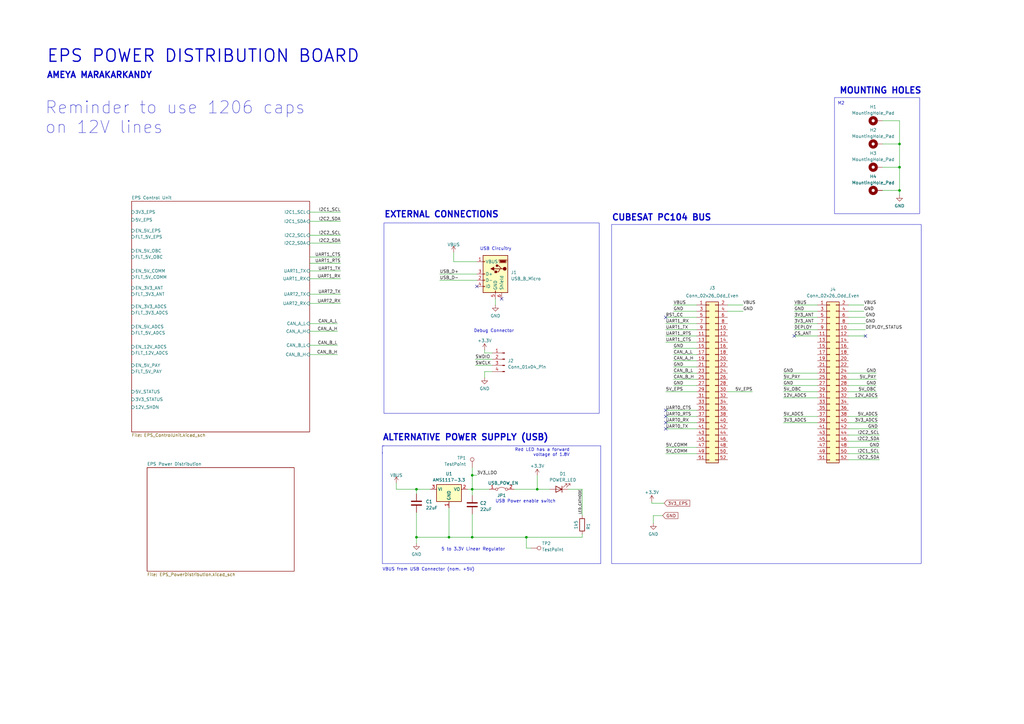
<source format=kicad_sch>
(kicad_sch (version 20231120) (generator "eeschema") (generator_version "8.0")
  (paper "A3")
  (title_block (title "EPS Power Distribution Board") (date "2024-09-03") (company "IIT Bombay Student Satellite Program") (comment 1 "Author: Ameya Marakarkandy"))
  (lib_symbols
    (symbol "Connector:Conn_01x04_Pin" (pin_names (offset 1.016) hide)
      (property "Reference" "J" (at 0 5.08 0))
      (property "Value" "Conn_01x04_Pin" (at 0 -7.62 0))
      (symbol "Conn_01x04_Pin_1_1"
        (polyline (pts (xy 1.27 -5.08) (xy 0.8636 -5.08)) (stroke (width 0.1524)))
        (polyline (pts (xy 1.27 -2.54) (xy 0.8636 -2.54)) (stroke (width 0.1524)))
        (polyline (pts (xy 1.27 0) (xy 0.8636 0)) (stroke (width 0.1524)))
        (polyline (pts (xy 1.27 2.54) (xy 0.8636 2.54)) (stroke (width 0.1524)))
        (rectangle (start 0.8636 -4.953) (end 0 -5.207) (stroke (width 0.1524)) (fill (type outline)))
        (rectangle (start 0.8636 -2.413) (end 0 -2.667) (stroke (width 0.1524)) (fill (type outline)))
        (rectangle (start 0.8636 0.127) (end 0 -0.127) (stroke (width 0.1524)) (fill (type outline)))
        (rectangle (start 0.8636 2.667) (end 0 2.413) (stroke (width 0.1524)) (fill (type outline)))
        (pin passive line (at 5.08 2.54 180) (length 3.81) (name "Pin_1") (number "1"))
        (pin passive line (at 5.08 0 180) (length 3.81) (name "Pin_2") (number "2"))
        (pin passive line (at 5.08 -2.54 180) (length 3.81) (name "Pin_3") (number "3"))
        (pin passive line (at 5.08 -5.08 180) (length 3.81) (name "Pin_4") (number "4"))
      )
    )
    (symbol "Connector:TestPoint" (pin_numbers hide) (pin_names (offset 0.762) hide)
      (property "Reference" "TP" (at 0 6.858 0))
      (property "Value" "TestPoint" (at 0 5.08 0))
      (symbol "TestPoint_0_1"
        (circle (center 0 3.302) (radius 0.762))
      )
      (symbol "TestPoint_1_1"
        (pin passive line (at 0 0 90) (length 2.54) (name "1") (number "1"))
      )
    )
    (symbol "Connector:USB_B_Micro" (pin_names (offset 1.016))
      (property "Reference" "J" (at -5.08 11.43 0))
      (property "Value" "USB_B_Micro" (at -5.08 8.89 0))
      (symbol "USB_B_Micro_0_1"
        (rectangle (start -5.08 -7.62) (end 5.08 7.62) (stroke (width 0.254)) (fill (type background)))
        (circle (center -3.81 2.159) (radius 0.635) (stroke (width 0.254)) (fill (type outline)))
        (circle (center -0.635 3.429) (radius 0.381) (stroke (width 0.254)) (fill (type outline)))
        (rectangle (start -0.127 -7.62) (end 0.127 -6.858))
        (polyline (pts (xy -1.905 2.159) (xy 0.635 2.159)) (stroke (width 0.254)))
        (polyline (pts (xy -3.175 2.159) (xy -2.54 2.159) (xy -1.27 3.429) (xy -0.635 3.429)) (stroke (width 0.254)))
        (polyline (pts (xy -2.54 2.159) (xy -1.905 2.159) (xy -1.27 0.889) (xy 0 0.889)) (stroke (width 0.254)))
        (polyline (pts (xy 0.635 2.794) (xy 0.635 1.524) (xy 1.905 2.159) (xy 0.635 2.794)) (stroke (width 0.254)) (fill (type outline)))
        (polyline (pts (xy -4.318 5.588) (xy -1.778 5.588) (xy -2.032 4.826) (xy -4.064 4.826) (xy -4.318 5.588)) (fill (type outline)))
        (polyline (pts (xy -4.699 5.842) (xy -4.699 5.588) (xy -4.445 4.826) (xy -4.445 4.572) (xy -1.651 4.572) (xy -1.651 4.826) (xy -1.397 5.588) (xy -1.397 5.842) (xy -4.699 5.842)))
        (rectangle (start 0.254 1.27) (end -0.508 0.508) (stroke (width 0.254)) (fill (type outline)))
        (rectangle (start 5.08 -5.207) (end 4.318 -4.953))
        (rectangle (start 5.08 -2.667) (end 4.318 -2.413))
        (rectangle (start 5.08 -0.127) (end 4.318 0.127))
        (rectangle (start 5.08 4.953) (end 4.318 5.207))
      )
      (symbol "USB_B_Micro_1_1"
        (pin power_out line (at 7.62 5.08 180) (length 2.54) (name "VBUS") (number "1"))
        (pin bidirectional line (at 7.62 -2.54 180) (length 2.54) (name "D-") (number "2"))
        (pin bidirectional line (at 7.62 0 180) (length 2.54) (name "D+") (number "3"))
        (pin passive line (at 7.62 -5.08 180) (length 2.54) (name "ID") (number "4"))
        (pin power_out line (at 0 -10.16 90) (length 2.54) (name "GND") (number "5"))
        (pin passive line (at -2.54 -10.16 90) (length 2.54) (name "Shield") (number "6"))
      )
    )
    (symbol "Connector_Generic:Conn_02x26_Odd_Even" (pin_names (offset 1.016) hide)
      (property "Reference" "J" (at 1.27 33.02 0))
      (property "Value" "Conn_02x26_Odd_Even" (at 1.27 -35.56 0))
      (symbol "Conn_02x26_Odd_Even_1_1"
        (rectangle (start -1.27 -32.893) (end 0 -33.147) (stroke (width 0.1524)))
        (rectangle (start -1.27 -30.353) (end 0 -30.607) (stroke (width 0.1524)))
        (rectangle (start -1.27 -27.813) (end 0 -28.067) (stroke (width 0.1524)))
        (rectangle (start -1.27 -25.273) (end 0 -25.527) (stroke (width 0.1524)))
        (rectangle (start -1.27 -22.733) (end 0 -22.987) (stroke (width 0.1524)))
        (rectangle (start -1.27 -20.193) (end 0 -20.447) (stroke (width 0.1524)))
        (rectangle (start -1.27 -17.653) (end 0 -17.907) (stroke (width 0.1524)))
        (rectangle (start -1.27 -15.113) (end 0 -15.367) (stroke (width 0.1524)))
        (rectangle (start -1.27 -12.573) (end 0 -12.827) (stroke (width 0.1524)))
        (rectangle (start -1.27 -10.033) (end 0 -10.287) (stroke (width 0.1524)))
        (rectangle (start -1.27 -7.493) (end 0 -7.747) (stroke (width 0.1524)))
        (rectangle (start -1.27 -4.953) (end 0 -5.207) (stroke (width 0.1524)))
        (rectangle (start -1.27 -2.413) (end 0 -2.667) (stroke (width 0.1524)))
        (rectangle (start -1.27 0.127) (end 0 -0.127) (stroke (width 0.1524)))
        (rectangle (start -1.27 2.667) (end 0 2.413) (stroke (width 0.1524)))
        (rectangle (start -1.27 5.207) (end 0 4.953) (stroke (width 0.1524)))
        (rectangle (start -1.27 7.747) (end 0 7.493) (stroke (width 0.1524)))
        (rectangle (start -1.27 10.287) (end 0 10.033) (stroke (width 0.1524)))
        (rectangle (start -1.27 12.827) (end 0 12.573) (stroke (width 0.1524)))
        (rectangle (start -1.27 15.367) (end 0 15.113) (stroke (width 0.1524)))
        (rectangle (start -1.27 17.907) (end 0 17.653) (stroke (width 0.1524)))
        (rectangle (start -1.27 20.447) (end 0 20.193) (stroke (width 0.1524)))
        (rectangle (start -1.27 22.987) (end 0 22.733) (stroke (width 0.1524)))
        (rectangle (start -1.27 25.527) (end 0 25.273) (stroke (width 0.1524)))
        (rectangle (start -1.27 28.067) (end 0 27.813) (stroke (width 0.1524)))
        (rectangle (start -1.27 30.607) (end 0 30.353) (stroke (width 0.1524)))
        (rectangle (start -1.27 31.75) (end 3.81 -34.29) (stroke (width 0.254)) (fill (type background)))
        (rectangle (start 3.81 -32.893) (end 2.54 -33.147) (stroke (width 0.1524)))
        (rectangle (start 3.81 -30.353) (end 2.54 -30.607) (stroke (width 0.1524)))
        (rectangle (start 3.81 -27.813) (end 2.54 -28.067) (stroke (width 0.1524)))
        (rectangle (start 3.81 -25.273) (end 2.54 -25.527) (stroke (width 0.1524)))
        (rectangle (start 3.81 -22.733) (end 2.54 -22.987) (stroke (width 0.1524)))
        (rectangle (start 3.81 -20.193) (end 2.54 -20.447) (stroke (width 0.1524)))
        (rectangle (start 3.81 -17.653) (end 2.54 -17.907) (stroke (width 0.1524)))
        (rectangle (start 3.81 -15.113) (end 2.54 -15.367) (stroke (width 0.1524)))
        (rectangle (start 3.81 -12.573) (end 2.54 -12.827) (stroke (width 0.1524)))
        (rectangle (start 3.81 -10.033) (end 2.54 -10.287) (stroke (width 0.1524)))
        (rectangle (start 3.81 -7.493) (end 2.54 -7.747) (stroke (width 0.1524)))
        (rectangle (start 3.81 -4.953) (end 2.54 -5.207) (stroke (width 0.1524)))
        (rectangle (start 3.81 -2.413) (end 2.54 -2.667) (stroke (width 0.1524)))
        (rectangle (start 3.81 0.127) (end 2.54 -0.127) (stroke (width 0.1524)))
        (rectangle (start 3.81 2.667) (end 2.54 2.413) (stroke (width 0.1524)))
        (rectangle (start 3.81 5.207) (end 2.54 4.953) (stroke (width 0.1524)))
        (rectangle (start 3.81 7.747) (end 2.54 7.493) (stroke (width 0.1524)))
        (rectangle (start 3.81 10.287) (end 2.54 10.033) (stroke (width 0.1524)))
        (rectangle (start 3.81 12.827) (end 2.54 12.573) (stroke (width 0.1524)))
        (rectangle (start 3.81 15.367) (end 2.54 15.113) (stroke (width 0.1524)))
        (rectangle (start 3.81 17.907) (end 2.54 17.653) (stroke (width 0.1524)))
        (rectangle (start 3.81 20.447) (end 2.54 20.193) (stroke (width 0.1524)))
        (rectangle (start 3.81 22.987) (end 2.54 22.733) (stroke (width 0.1524)))
        (rectangle (start 3.81 25.527) (end 2.54 25.273) (stroke (width 0.1524)))
        (rectangle (start 3.81 28.067) (end 2.54 27.813) (stroke (width 0.1524)))
        (rectangle (start 3.81 30.607) (end 2.54 30.353) (stroke (width 0.1524)))
        (pin passive line (at -5.08 30.48 0) (length 3.81) (name "Pin_1") (number "1"))
        (pin passive line (at 7.62 20.32 180) (length 3.81) (name "Pin_10") (number "10"))
        (pin passive line (at -5.08 17.78 0) (length 3.81) (name "Pin_11") (number "11"))
        (pin passive line (at 7.62 17.78 180) (length 3.81) (name "Pin_12") (number "12"))
        (pin passive line (at -5.08 15.24 0) (length 3.81) (name "Pin_13") (number "13"))
        (pin passive line (at 7.62 15.24 180) (length 3.81) (name "Pin_14") (number "14"))
        (pin passive line (at -5.08 12.7 0) (length 3.81) (name "Pin_15") (number "15"))
        (pin passive line (at 7.62 12.7 180) (length 3.81) (name "Pin_16") (number "16"))
        (pin passive line (at -5.08 10.16 0) (length 3.81) (name "Pin_17") (number "17"))
        (pin passive line (at 7.62 10.16 180) (length 3.81) (name "Pin_18") (number "18"))
        (pin passive line (at -5.08 7.62 0) (length 3.81) (name "Pin_19") (number "19"))
        (pin passive line (at 7.62 30.48 180) (length 3.81) (name "Pin_2") (number "2"))
        (pin passive line (at 7.62 7.62 180) (length 3.81) (name "Pin_20") (number "20"))
        (pin passive line (at -5.08 5.08 0) (length 3.81) (name "Pin_21") (number "21"))
        (pin passive line (at 7.62 5.08 180) (length 3.81) (name "Pin_22") (number "22"))
        (pin passive line (at -5.08 2.54 0) (length 3.81) (name "Pin_23") (number "23"))
        (pin passive line (at 7.62 2.54 180) (length 3.81) (name "Pin_24") (number "24"))
        (pin passive line (at -5.08 0 0) (length 3.81) (name "Pin_25") (number "25"))
        (pin passive line (at 7.62 0 180) (length 3.81) (name "Pin_26") (number "26"))
        (pin passive line (at -5.08 -2.54 0) (length 3.81) (name "Pin_27") (number "27"))
        (pin passive line (at 7.62 -2.54 180) (length 3.81) (name "Pin_28") (number "28"))
        (pin passive line (at -5.08 -5.08 0) (length 3.81) (name "Pin_29") (number "29"))
        (pin passive line (at -5.08 27.94 0) (length 3.81) (name "Pin_3") (number "3"))
        (pin passive line (at 7.62 -5.08 180) (length 3.81) (name "Pin_30") (number "30"))
        (pin passive line (at -5.08 -7.62 0) (length 3.81) (name "Pin_31") (number "31"))
        (pin passive line (at 7.62 -7.62 180) (length 3.81) (name "Pin_32") (number "32"))
        (pin passive line (at -5.08 -10.16 0) (length 3.81) (name "Pin_33") (number "33"))
        (pin passive line (at 7.62 -10.16 180) (length 3.81) (name "Pin_34") (number "34"))
        (pin passive line (at -5.08 -12.7 0) (length 3.81) (name "Pin_35") (number "35"))
        (pin passive line (at 7.62 -12.7 180) (length 3.81) (name "Pin_36") (number "36"))
        (pin passive line (at -5.08 -15.24 0) (length 3.81) (name "Pin_37") (number "37"))
        (pin passive line (at 7.62 -15.24 180) (length 3.81) (name "Pin_38") (number "38"))
        (pin passive line (at -5.08 -17.78 0) (length 3.81) (name "Pin_39") (number "39"))
        (pin passive line (at 7.62 27.94 180) (length 3.81) (name "Pin_4") (number "4"))
        (pin passive line (at 7.62 -17.78 180) (length 3.81) (name "Pin_40") (number "40"))
        (pin passive line (at -5.08 -20.32 0) (length 3.81) (name "Pin_41") (number "41"))
        (pin passive line (at 7.62 -20.32 180) (length 3.81) (name "Pin_42") (number "42"))
        (pin passive line (at -5.08 -22.86 0) (length 3.81) (name "Pin_43") (number "43"))
        (pin passive line (at 7.62 -22.86 180) (length 3.81) (name "Pin_44") (number "44"))
        (pin passive line (at -5.08 -25.4 0) (length 3.81) (name "Pin_45") (number "45"))
        (pin passive line (at 7.62 -25.4 180) (length 3.81) (name "Pin_46") (number "46"))
        (pin passive line (at -5.08 -27.94 0) (length 3.81) (name "Pin_47") (number "47"))
        (pin passive line (at 7.62 -27.94 180) (length 3.81) (name "Pin_48") (number "48"))
        (pin passive line (at -5.08 -30.48 0) (length 3.81) (name "Pin_49") (number "49"))
        (pin passive line (at -5.08 25.4 0) (length 3.81) (name "Pin_5") (number "5"))
        (pin passive line (at 7.62 -30.48 180) (length 3.81) (name "Pin_50") (number "50"))
        (pin passive line (at -5.08 -33.02 0) (length 3.81) (name "Pin_51") (number "51"))
        (pin passive line (at 7.62 -33.02 180) (length 3.81) (name "Pin_52") (number "52"))
        (pin passive line (at 7.62 25.4 180) (length 3.81) (name "Pin_6") (number "6"))
        (pin passive line (at -5.08 22.86 0) (length 3.81) (name "Pin_7") (number "7"))
        (pin passive line (at 7.62 22.86 180) (length 3.81) (name "Pin_8") (number "8"))
        (pin passive line (at -5.08 20.32 0) (length 3.81) (name "Pin_9") (number "9"))
      )
    )
    (symbol "Device:C" (pin_numbers hide) (pin_names (offset 0.254))
      (property "Reference" "C" (at 0.635 2.54 0))
      (property "Value" "C" (at 0.635 -2.54 0))
      (symbol "C_0_1"
        (polyline (pts (xy -2.032 -0.762) (xy 2.032 -0.762)) (stroke (width 0.508)))
        (polyline (pts (xy -2.032 0.762) (xy 2.032 0.762)) (stroke (width 0.508)))
      )
      (symbol "C_1_1"
        (pin passive line (at 0 3.81 270) (length 2.794) (name "~") (number "1"))
        (pin passive line (at 0 -3.81 90) (length 2.794) (name "~") (number "2"))
      )
    )
    (symbol "Device:LED" (pin_numbers hide) (pin_names (offset 1.016) hide)
      (property "Reference" "D" (at 0 2.54 0))
      (property "Value" "LED" (at 0 -2.54 0))
      (symbol "LED_0_1"
        (polyline (pts (xy -1.27 -1.27) (xy -1.27 1.27)) (stroke (width 0.254)))
        (polyline (pts (xy -1.27 0) (xy 1.27 0)))
        (polyline (pts (xy 1.27 -1.27) (xy 1.27 1.27) (xy -1.27 0) (xy 1.27 -1.27)) (stroke (width 0.254)))
        (polyline (pts (xy -3.048 -0.762) (xy -4.572 -2.286) (xy -3.81 -2.286) (xy -4.572 -2.286) (xy -4.572 -1.524)))
        (polyline (pts (xy -1.778 -0.762) (xy -3.302 -2.286) (xy -2.54 -2.286) (xy -3.302 -2.286) (xy -3.302 -1.524)))
      )
      (symbol "LED_1_1"
        (pin passive line (at -3.81 0 0) (length 2.54) (name "K") (number "1"))
        (pin passive line (at 3.81 0 180) (length 2.54) (name "A") (number "2"))
      )
    )
    (symbol "Device:R" (pin_numbers hide) (pin_names (offset 0))
      (property "Reference" "R" (at 2.032 0 90))
      (property "Value" "R" (at 0 0 90))
      (symbol "R_0_1"
        (rectangle (start -1.016 -2.54) (end 1.016 2.54) (stroke (width 0.254)))
      )
      (symbol "R_1_1"
        (pin passive line (at 0 3.81 270) (length 1.27) (name "~") (number "1"))
        (pin passive line (at 0 -3.81 90) (length 1.27) (name "~") (number "2"))
      )
    )
    (symbol "Jumper:Jumper_2_Bridged" (pin_names (offset 0) hide)
      (property "Reference" "JP" (at 0 1.905 0))
      (property "Value" "Jumper_2_Bridged" (at 0 -2.54 0))
      (symbol "Jumper_2_Bridged_0_0"
        (circle (center -2.032 0) (radius 0.508))
        (circle (center 2.032 0) (radius 0.508))
      )
      (symbol "Jumper_2_Bridged_0_1"
        (arc (start 1.524 0.254) (mid 0 0.762) (end -1.524 0.254))
      )
      (symbol "Jumper_2_Bridged_1_1"
        (pin passive line (at -5.08 0 0) (length 2.54) (name "A") (number "1"))
        (pin passive line (at 5.08 0 180) (length 2.54) (name "B") (number "2"))
      )
    )
    (symbol "Mechanical:MountingHole_Pad" (pin_numbers hide) (pin_names (offset 1.016) hide)
      (property "Reference" "H" (at 0 6.35 0))
      (property "Value" "MountingHole_Pad" (at 0 4.445 0))
      (symbol "MountingHole_Pad_0_1"
        (circle (center 0 1.27) (radius 1.27) (stroke (width 1.27)))
      )
      (symbol "MountingHole_Pad_1_1"
        (pin input line (at 0 -2.54 90) (length 2.54) (name "1") (number "1"))
      )
    )
    (symbol "Regulator_Linear:AMS1117-3.3"
      (property "Reference" "U" (at -3.81 3.175 0))
      (property "Value" "AMS1117-3.3" (at 0 3.175 0))
      (symbol "AMS1117-3.3_0_1"
        (rectangle (start -5.08 -5.08) (end 5.08 1.905) (stroke (width 0.254)) (fill (type background)))
      )
      (symbol "AMS1117-3.3_1_1"
        (pin power_in line (at 0 -7.62 90) (length 2.54) (name "GND") (number "1"))
        (pin power_out line (at 7.62 0 180) (length 2.54) (name "VO") (number "2"))
        (pin power_in line (at -7.62 0 0) (length 2.54) (name "VI") (number "3"))
      )
    )
    (symbol "power:+3.3V" (power) (pin_names (offset 0))
      (property "Value" "+3.3V" (at 0 3.556 0))
      (symbol "+3.3V_0_1"
        (polyline (pts (xy -0.762 1.27) (xy 0 2.54)))
        (polyline (pts (xy 0 0) (xy 0 2.54)))
        (polyline (pts (xy 0 2.54) (xy 0.762 1.27)))
      )
      (symbol "+3.3V_1_1"
        (pin power_in line (at 0 0 90) (length 0) hide (name "+3.3V") (number "1"))
      )
    )
    (symbol "power:GND" (power) (pin_names (offset 0))
      (property "Value" "GND" (at 0 -3.81 0))
      (symbol "GND_0_1"
        (polyline (pts (xy 0 0) (xy 0 -1.27) (xy 1.27 -1.27) (xy 0 -2.54) (xy -1.27 -1.27) (xy 0 -1.27)))
      )
      (symbol "GND_1_1"
        (pin power_in line (at 0 0 270) (length 0) hide (name "GND") (number "1"))
      )
    )
    (symbol "power:VBUS" (power) (pin_names (offset 0))
      (property "Value" "VBUS" (at 0 3.81 0))
      (symbol "VBUS_0_1"
        (polyline (pts (xy -0.762 1.27) (xy 0 2.54)))
        (polyline (pts (xy 0 0) (xy 0 2.54)))
        (polyline (pts (xy 0 2.54) (xy 0.762 1.27)))
      )
      (symbol "VBUS_1_1"
        (pin power_in line (at 0 0 90) (length 0) hide (name "VBUS") (number "1"))
      )
    )
  )
  (junction (at 170.815 220.345))
  (junction (at 193.675 220.345))
  (junction (at 170.815 200.66))
  (junction (at 368.935 78.105))
  (junction (at 184.15 220.345))
  (junction (at 215.9 220.345))
  (junction (at 368.935 68.58))
  (junction (at 220.345 200.66))
  (junction (at 368.935 59.055))
  (junction (at 193.675 194.945))
  (junction (at 193.675 200.66))
  (no_connect (at 195.58 117.475))
  (no_connect (at 273.05 175.895))
  (no_connect (at 354.965 137.795))
  (no_connect (at 273.05 173.355))
  (no_connect (at 273.05 168.275))
  (no_connect (at 273.05 130.175))
  (no_connect (at 205.74 122.555))
  (no_connect (at 273.05 170.815))
  (no_connect (at 325.755 137.795))
  (wire (pts (xy 162.56 200.66) (xy 170.815 200.66)))
  (wire (pts (xy 325.755 125.095) (xy 335.28 125.095)))
  (wire (pts (xy 170.815 210.185) (xy 170.815 220.345)))
  (wire (pts (xy 273.05 183.515) (xy 285.75 183.515)))
  (wire (pts (xy 170.815 220.345) (xy 170.815 222.885)))
  (wire (pts (xy 321.31 173.355) (xy 335.28 173.355)))
  (wire (pts (xy 276.225 125.095) (xy 285.75 125.095)))
  (wire (pts (xy 276.225 155.575) (xy 285.75 155.575)))
  (wire (pts (xy 273.05 173.355) (xy 285.75 173.355)))
  (wire (pts (xy 321.31 158.115) (xy 335.28 158.115)))
  (wire (pts (xy 194.945 147.32) (xy 201.93 147.32)))
  (wire (pts (xy 139.7 107.95) (xy 127 107.95)))
  (wire (pts (xy 347.98 186.055) (xy 360.68 186.055)))
  (wire (pts (xy 271.78 211.455) (xy 267.97 211.455)))
  (wire (pts (xy 325.755 130.175) (xy 335.28 130.175)))
  (wire (pts (xy 321.31 163.195) (xy 335.28 163.195)))
  (wire (pts (xy 273.05 168.275) (xy 285.75 168.275)))
  (wire (pts (xy 273.05 186.055) (xy 285.75 186.055)))
  (wire (pts (xy 298.45 125.095) (xy 304.8 125.095)))
  (wire (pts (xy 347.98 183.515) (xy 360.68 183.515)))
  (wire (pts (xy 273.05 170.815) (xy 285.75 170.815)))
  (wire (pts (xy 210.82 200.66) (xy 220.345 200.66)))
  (wire (pts (xy 273.05 135.255) (xy 285.75 135.255)))
  (wire (pts (xy 276.225 158.115) (xy 285.75 158.115)))
  (wire (pts (xy 180.34 112.395) (xy 195.58 112.395)))
  (wire (pts (xy 347.98 153.035) (xy 359.41 153.035)))
  (wire (pts (xy 325.755 137.795) (xy 335.28 137.795)))
  (wire (pts (xy 273.05 175.895) (xy 285.75 175.895)))
  (wire (pts (xy 194.945 149.86) (xy 201.93 149.86)))
  (wire (pts (xy 361.95 78.105) (xy 368.935 78.105)))
  (wire (pts (xy 321.31 160.655) (xy 335.28 160.655)))
  (wire (pts (xy 273.05 160.655) (xy 285.75 160.655)))
  (wire (pts (xy 193.675 194.945) (xy 193.675 200.66)))
  (wire (pts (xy 267.335 206.375) (xy 272.415 206.375)))
  (wire (pts (xy 198.755 152.4) (xy 198.755 154.94)))
  (wire (pts (xy 138.43 141.605) (xy 127 141.605)))
  (polyline (pts (xy 156.845 182.88) (xy 157.48 182.88)))
  (polyline (pts (xy 246.38 182.88) (xy 246.38 231.14)))
  (wire (pts (xy 238.76 200.66) (xy 233.045 200.66)))
  (wire (pts (xy 127 145.415) (xy 138.43 145.415)))
  (wire (pts (xy 186.055 103.505) (xy 186.055 107.315)))
  (wire (pts (xy 180.34 114.935) (xy 195.58 114.935)))
  (wire (pts (xy 127 99.695) (xy 139.7 99.695)))
  (wire (pts (xy 368.935 59.055) (xy 361.95 59.055)))
  (wire (pts (xy 267.97 211.455) (xy 267.97 214.63)))
  (wire (pts (xy 267.335 205.74) (xy 267.335 206.375)))
  (wire (pts (xy 193.675 200.66) (xy 193.675 203.2)))
  (wire (pts (xy 276.225 142.875) (xy 285.75 142.875)))
  (wire (pts (xy 201.93 152.4) (xy 198.755 152.4)))
  (wire (pts (xy 276.225 147.955) (xy 285.75 147.955)))
  (wire (pts (xy 347.98 180.975) (xy 360.68 180.975)))
  (wire (pts (xy 321.31 153.035) (xy 335.28 153.035)))
  (wire (pts (xy 203.2 122.555) (xy 203.2 125.095)))
  (wire (pts (xy 325.755 135.255) (xy 335.28 135.255)))
  (wire (pts (xy 162.56 198.12) (xy 162.56 200.66)))
  (wire (pts (xy 325.755 132.715) (xy 335.28 132.715)))
  (wire (pts (xy 138.43 135.89) (xy 127 135.89)))
  (wire (pts (xy 215.9 220.345) (xy 215.9 224.79)))
  (wire (pts (xy 368.935 68.58) (xy 368.935 59.055)))
  (polyline (pts (xy 246.38 231.14) (xy 156.845 231.14)))
  (wire (pts (xy 276.225 150.495) (xy 285.75 150.495)))
  (wire (pts (xy 191.77 200.66) (xy 193.675 200.66)))
  (polyline (pts (xy 156.845 182.88) (xy 157.48 182.88)))
  (wire (pts (xy 193.675 191.77) (xy 193.675 194.945)))
  (wire (pts (xy 276.225 127.635) (xy 285.75 127.635)))
  (wire (pts (xy 273.05 132.715) (xy 285.75 132.715)))
  (polyline (pts (xy 156.845 182.88) (xy 156.845 186.055)))
  (wire (pts (xy 170.815 200.66) (xy 176.53 200.66)))
  (wire (pts (xy 347.98 160.655) (xy 359.41 160.655)))
  (wire (pts (xy 127 120.65) (xy 139.7 120.65)))
  (wire (pts (xy 127 132.715) (xy 138.43 132.715)))
  (wire (pts (xy 361.95 68.58) (xy 368.935 68.58)))
  (wire (pts (xy 184.15 208.28) (xy 184.15 220.345)))
  (wire (pts (xy 325.755 127.635) (xy 335.28 127.635)))
  (wire (pts (xy 368.935 78.105) (xy 368.935 80.01)))
  (wire (pts (xy 368.935 68.58) (xy 368.935 78.105)))
  (wire (pts (xy 238.76 220.345) (xy 215.9 220.345)))
  (wire (pts (xy 298.45 127.635) (xy 304.8 127.635)))
  (wire (pts (xy 238.76 200.66) (xy 238.76 211.455)))
  (wire (pts (xy 238.76 219.075) (xy 238.76 220.345)))
  (wire (pts (xy 347.98 188.595) (xy 360.68 188.595)))
  (wire (pts (xy 127 96.52) (xy 139.7 96.52)))
  (wire (pts (xy 347.98 130.175) (xy 354.965 130.175)))
  (wire (pts (xy 127 86.995) (xy 139.7 86.995)))
  (wire (pts (xy 347.98 178.435) (xy 360.68 178.435)))
  (wire (pts (xy 298.45 160.655) (xy 308.61 160.655)))
  (wire (pts (xy 139.7 105.41) (xy 127 105.41)))
  (wire (pts (xy 347.98 155.575) (xy 359.41 155.575)))
  (wire (pts (xy 347.98 135.255) (xy 354.965 135.255)))
  (wire (pts (xy 127 114.3) (xy 139.7 114.3)))
  (polyline (pts (xy 157.48 182.88) (xy 246.38 182.88)))
  (wire (pts (xy 273.05 140.335) (xy 285.75 140.335)))
  (wire (pts (xy 347.98 175.895) (xy 360.045 175.895)))
  (wire (pts (xy 184.15 220.345) (xy 193.675 220.345)))
  (wire (pts (xy 347.98 163.195) (xy 360.045 163.195)))
  (wire (pts (xy 201.93 144.78) (xy 198.755 144.78)))
  (wire (pts (xy 170.815 200.66) (xy 170.815 202.565)))
  (wire (pts (xy 347.98 173.355) (xy 360.045 173.355)))
  (wire (pts (xy 347.98 132.715) (xy 354.965 132.715)))
  (wire (pts (xy 127 124.46) (xy 139.7 124.46)))
  (polyline (pts (xy 156.845 231.14) (xy 156.845 185.42)))
  (wire (pts (xy 186.055 107.315) (xy 195.58 107.315)))
  (wire (pts (xy 347.98 125.095) (xy 354.33 125.095)))
  (wire (pts (xy 193.675 200.66) (xy 200.66 200.66)))
  (wire (pts (xy 198.755 144.78) (xy 198.755 143.51)))
  (wire (pts (xy 273.05 130.175) (xy 285.75 130.175)))
  (wire (pts (xy 321.31 155.575) (xy 335.28 155.575)))
  (wire (pts (xy 170.815 220.345) (xy 184.15 220.345)))
  (wire (pts (xy 347.98 158.115) (xy 359.41 158.115)))
  (wire (pts (xy 273.05 137.795) (xy 285.75 137.795)))
  (wire (pts (xy 215.9 220.345) (xy 193.675 220.345)))
  (wire (pts (xy 193.675 210.82) (xy 193.675 220.345)))
  (wire (pts (xy 276.225 153.035) (xy 285.75 153.035)))
  (wire (pts (xy 220.345 200.66) (xy 225.425 200.66)))
  (wire (pts (xy 276.225 145.415) (xy 285.75 145.415)))
  (wire (pts (xy 127 111.125) (xy 139.7 111.125)))
  (wire (pts (xy 360.045 170.815) (xy 347.98 170.815)))
  (wire (pts (xy 347.98 137.795) (xy 354.965 137.795)))
  (wire (pts (xy 321.31 170.815) (xy 335.28 170.815)))
  (wire (pts (xy 127 90.805) (xy 139.7 90.805)))
  (wire (pts (xy 361.95 49.53) (xy 368.935 49.53)))
  (wire (pts (xy 368.935 49.53) (xy 368.935 59.055)))
  (wire (pts (xy 217.805 224.79) (xy 215.9 224.79)))
  (wire (pts (xy 195.58 194.945) (xy 193.675 194.945)))
  (wire (pts (xy 220.345 194.945) (xy 220.345 200.66)))
  (wire (pts (xy 347.98 127.635) (xy 354.33 127.635)))
  (rectangle (start 157.48 91.44) (end 245.745 169.545))
  (rectangle (start 342.265 40.005) (end 377.19 87.63))
  (rectangle (start 250.825 92.075) (end 377.825 231.14))
  (text "USB Circuitry" (at 196.85 102.87 0) (effects (font (size 1.27 1.27)) (justify left bottom)))
  (text "Debug Connector" (at 194.31 136.525 0) (effects (font (size 1.27 1.27)) (justify left bottom)))
  (text "5 to 3.3V Linear Regulator" (at 180.975 226.06 0) (effects (font (size 1.27 1.27)) (justify left bottom)))
  (text "Red LED has a forward\nvoltage of 1.8V" (at 233.68 187.325 0) (effects (font (size 1.27 1.27)) (justify right bottom)))
  (text "MOUNTING HOLES" (at 344.17 38.735 0) (effects (font (size 2.54 2.54) (bold yes)) (justify left bottom)))
  (text "VBUS from USB Connector (nom. +5V)" (at 156.845 234.315 0) (effects (font (size 1.27 1.27)) (justify left bottom)))
  (text "USB Power enable switch" (at 203.2 206.375 0) (effects (font (size 1.27 1.27)) (justify left bottom)))
  (text "EPS POWER DISTRIBUTION BOARD" (at 19.05 26.035 0) (effects (font (size 5.08 5.08) (thickness 0.508) (bold yes)) (justify left bottom)))
  (text "EXTERNAL CONNECTIONS" (at 157.48 89.535 0) (effects (font (size 2.54 2.54) (bold yes)) (justify left bottom)))
  (text "M2" (at 343.535 43.18 0) (effects (font (size 1.27 1.27)) (justify left bottom)))
  (text "Reminder to use 1206 caps\non 12V lines" (at 18.415 55.245 0) (effects (font (size 5 5)) (justify left bottom)))
  (text "ALTERNATIVE POWER SUPPLY (USB)" (at 156.845 180.975 0) (effects (font (size 2.54 2.54) (bold yes)) (justify left bottom)))
  (text "CUBESAT PC104 BUS" (at 250.825 90.805 0) (effects (font (size 2.54 2.54) (bold yes)) (justify left bottom)))
  (text "AMEYA MARAKARKANDY" (at 19.05 32.385 0) (effects (font (size 2.54 2.54) (bold yes)) (justify left bottom)))
  (label "3V3_ADCS" (at 360.045 173.355 180))
  (label "5V_COMM" (at 273.05 186.055 0))
  (label "VBUS" (at 354.33 125.095 0))
  (label "5V_PAY" (at 359.41 155.575 180))
  (label "I2C2_SDA" (at 360.68 180.975 180))
  (label "UART1_RX" (at 139.7 114.3 180))
  (label "UART2_RX" (at 139.7 124.46 180))
  (label "5V_COMM" (at 273.05 183.515 0))
  (label "UART0_TX" (at 273.05 175.895 0))
  (label "3V3_LDO" (at 195.58 194.945 0))
  (label "UART1_CTS" (at 139.7 105.41 180))
  (label "3V3_ANT" (at 325.755 132.715 0))
  (label "CS_ANT" (at 325.755 137.795 0))
  (label "GND" (at 325.755 127.635 0))
  (label "12V_ADCS" (at 321.31 163.195 0))
  (label "12V_ADCS" (at 360.045 163.195 180))
  (label "GND" (at 354.965 130.175 0))
  (label "CAN_B_L" (at 138.43 141.605 180))
  (label "UART0_RX" (at 273.05 173.355 0))
  (label "5V_ADCS" (at 360.045 170.815 180))
  (label "GND" (at 360.68 183.515 180))
  (label "UART1_TX" (at 139.7 111.125 180))
  (label "USB_D+" (at 180.34 112.395 0))
  (label "CAN_A_L" (at 276.225 145.415 0))
  (label "I2C2_SCL" (at 360.68 178.435 180))
  (label "DEPLOY_STATUS" (at 354.965 135.255 0))
  (label "GND" (at 360.045 175.895 180))
  (label "DEPLOY" (at 325.755 135.255 0))
  (label "5V_OBC" (at 321.31 160.655 0))
  (label "I2C2_SCL" (at 139.7 96.52 180))
  (label "GND" (at 321.31 158.115 0))
  (label "UART0_CTS" (at 273.05 168.275 0))
  (label "VBUS" (at 325.755 125.095 0))
  (label "I2C2_SDA" (at 139.7 90.805 180))
  (label "UART1_RX" (at 273.05 132.715 0))
  (label "SWDIO" (at 194.945 147.32 0))
  (label "USB_D-" (at 180.34 114.935 0))
  (label "CAN_A_H" (at 138.43 135.89 180))
  (label "GND" (at 359.41 153.035 180))
  (label "UART1_RTS" (at 273.05 137.795 0))
  (label "SWCLK" (at 194.945 149.86 0))
  (label "5V_ADCS" (at 321.31 170.815 0))
  (label "5V_EPS" (at 308.61 160.655 180))
  (label "CAN_A_L" (at 138.43 132.715 180))
  (label "GND" (at 276.225 127.635 0))
  (label "3V3_ANT" (at 325.755 130.175 0))
  (label "5V_OBC" (at 359.41 160.655 180))
  (label "VBUS" (at 304.8 125.095 0))
  (label "GND" (at 276.225 150.495 0))
  (label "VBUS" (at 276.225 125.095 0))
  (label "GND" (at 276.225 158.115 0))
  (label "UART2_TX" (at 139.7 120.65 180))
  (label "UART1_CTS" (at 273.05 140.335 0))
  (label "3V3_ADCS" (at 321.31 173.355 0))
  (label "5V_EPS" (at 273.05 160.655 0))
  (label "CAN_B_H" (at 138.43 145.415 180))
  (label "RST_CC" (at 273.05 130.175 0))
  (label "5V_PAY" (at 321.31 155.575 0))
  (label "UART1_RTS" (at 139.7 107.95 180))
  (label "GND" (at 354.33 127.635 0))
  (label "I2C2_SDA" (at 139.7 99.695 180))
  (label "CAN_B_H" (at 276.225 155.575 0))
  (label "UART0_RTS" (at 273.05 170.815 0))
  (label "CAN_B_L" (at 276.225 153.035 0))
  (label "CAN_A_H" (at 276.225 147.955 0))
  (label "I2C2_SDA" (at 360.68 188.595 180))
  (label "GND" (at 276.225 142.875 0))
  (label "UART1_TX" (at 273.05 135.255 0))
  (label "I2C1_SCL" (at 139.7 86.995 180))
  (label "I2C1_SCL" (at 360.68 186.055 180))
  (label "LED_CATHODE" (at 238.76 200.66 270) (effects (font (size 1 1))))
  (label "GND" (at 304.8 127.635 0))
  (label "GND" (at 359.41 158.115 180))
  (label "GND" (at 354.965 132.715 0))
  (label "GND" (at 321.31 153.035 0))
  (global_label "GND" (shape input) (at 271.78 211.455 0) (property "Intersheetrefs" "${INTERSHEET_REFS}" (effects (hide yes))))
  (global_label "3V3_EPS" (shape input) (at 272.415 206.375 0) (property "Intersheetrefs" "${INTERSHEET_REFS}" (effects (hide yes))))
  (symbol (lib_id "Device:C") (at 193.675 207.01 0) (unit 1)
    (property "Reference" "C2" (at 196.85 206.375 0) (effects (justify left)))
    (property "Value" "22uF" (at 196.85 208.915 0) (effects (justify left)))
  )
  (symbol (lib_id "power:VBUS") (at 186.055 103.505 0) (unit 1)
    (property "Reference" "#PWR02" (effects (hide yes)))
    (property "Value" "VBUS" (at 186.055 100.33 0))
  )
  (symbol (lib_id "power:GND") (at 267.97 214.63 0) (unit 1)
    (property "Reference" "#PWR09" (effects (hide yes)))
    (property "Value" "GND" (at 267.97 219.075 0))
  )
  (symbol (lib_id "Device:LED") (at 229.235 200.66 180) (unit 1)
    (property "Reference" "D1" (at 230.8225 194.31 0))
    (property "Value" "POWER_LED" (at 230.8225 196.85 0))
  )
  (symbol (lib_id "power:GND") (at 198.755 154.94 0) (unit 1)
    (property "Reference" "#PWR05" (effects (hide yes)))
    (property "Value" "GND" (at 198.755 159.385 0))
  )
  (symbol (lib_id "power:VBUS") (at 162.56 198.12 0) (unit 1)
    (property "Reference" "#PWR07" (effects (hide yes)))
    (property "Value" "VBUS" (at 162.56 194.945 0))
  )
  (symbol (lib_id "Connector:TestPoint") (at 193.675 191.77 0) (mirror y) (unit 1)
    (property "Reference" "TP1" (at 191.135 187.833 0) (effects (justify left)))
    (property "Value" "TestPoint" (at 191.135 190.373 0) (effects (justify left)))
  )
  (symbol (lib_id "Connector_Generic:Conn_02x26_Odd_Even") (at 290.83 155.575 0) (unit 1)
    (property "Reference" "J3" (at 292.1 118.11 0))
    (property "Value" "Conn_02x26_Odd_Even" (at 292.1 121.285 0))
  )
  (symbol (lib_id "power:GND") (at 170.815 222.885 0) (unit 1)
    (property "Reference" "#PWR010" (effects (hide yes)))
    (property "Value" "GND" (at 170.815 227.33 0))
  )
  (symbol (lib_id "power:+3.3V") (at 220.345 194.945 0) (unit 1)
    (property "Reference" "#PWR06" (effects (hide yes)))
    (property "Value" "+3.3V" (at 220.345 191.135 0))
  )
  (symbol (lib_id "Connector:USB_B_Micro") (at 203.2 112.395 0) (mirror y) (unit 1)
    (property "Reference" "J1" (at 209.55 111.76 0) (effects (justify right)))
    (property "Value" "USB_B_Micro" (at 209.55 114.3 0) (effects (justify right)))
  )
  (symbol (lib_id "Connector_Generic:Conn_02x26_Odd_Even") (at 340.36 155.575 0) (unit 1)
    (property "Reference" "J4" (at 341.63 118.745 0))
    (property "Value" "Conn_02x26_Odd_Even" (at 341.63 121.285 0))
  )
  (symbol (lib_id "Mechanical:MountingHole_Pad") (at 359.41 59.055 90) (unit 1)
    (property "Reference" "H2" (at 358.14 53.34 90))
    (property "Value" "MountingHole_Pad" (at 358.14 55.88 90))
  )
  (symbol (lib_id "Device:C") (at 170.815 206.375 0) (unit 1)
    (property "Reference" "C1" (at 174.625 205.74 0) (effects (justify left)))
    (property "Value" "22uF" (at 174.625 208.28 0) (effects (justify left)))
  )
  (symbol (lib_id "Connector:Conn_01x04_Pin") (at 207.01 147.32 0) (mirror y) (unit 1)
    (property "Reference" "J2" (at 208.28 147.955 0) (effects (justify right)))
    (property "Value" "Conn_01x04_Pin" (at 208.28 150.495 0) (effects (justify right)))
  )
  (symbol (lib_id "Mechanical:MountingHole_Pad") (at 359.41 49.53 90) (unit 1)
    (property "Reference" "H1" (at 358.14 43.815 90))
    (property "Value" "MountingHole_Pad" (at 358.14 46.355 90))
  )
  (symbol (lib_id "power:+3.3V") (at 198.755 143.51 0) (unit 1)
    (property "Reference" "#PWR04" (effects (hide yes)))
    (property "Value" "+3.3V" (at 198.755 139.7 0))
  )
  (symbol (lib_id "Mechanical:MountingHole_Pad") (at 359.41 68.58 90) (unit 1)
    (property "Reference" "H3" (at 358.14 62.865 90))
    (property "Value" "MountingHole_Pad" (at 358.14 65.405 90))
  )
  (symbol (lib_id "Jumper:Jumper_2_Bridged") (at 205.74 200.66 0) (unit 1)
    (property "Reference" "JP1" (at 205.74 203.2 0))
    (property "Value" "USB_POW_EN" (at 206.375 198.12 0))
  )
  (symbol (lib_id "power:GND") (at 368.935 80.01 0) (unit 1)
    (property "Reference" "#PWR01" (effects (hide yes)))
    (property "Value" "GND" (at 368.935 84.455 0))
  )
  (symbol (lib_id "Connector:TestPoint") (at 217.805 224.79 270) (mirror x) (unit 1)
    (property "Reference" "TP2" (at 222.25 222.885 90) (effects (justify left)))
    (property "Value" "TestPoint" (at 222.25 225.425 90) (effects (justify left)))
  )
  (symbol (lib_id "Device:R") (at 238.76 215.265 0) (mirror y) (unit 1)
    (property "Reference" "R1" (at 241.3 215.9 90))
    (property "Value" "1k5" (at 236.22 215.265 90))
  )
  (symbol (lib_id "Regulator_Linear:AMS1117-3.3") (at 184.15 200.66 0) (unit 1)
    (property "Reference" "U1" (at 184.15 194.31 0))
    (property "Value" "AMS1117-3.3" (at 184.15 196.85 0))
    (property "Datasheet" "http://www.advanced-monolithic.com/pdf/ds1117.pdf" (effects (hide yes)))
  )
  (symbol (lib_id "power:+3.3V") (at 267.335 205.74 0) (unit 1)
    (property "Reference" "#PWR08" (effects (hide yes)))
    (property "Value" "+3.3V" (at 267.335 201.93 0))
  )
  (symbol (lib_id "power:GND") (at 203.2 125.095 0) (unit 1)
    (property "Reference" "#PWR03" (effects (hide yes)))
    (property "Value" "GND" (at 203.2 129.54 0))
  )
  (symbol (lib_id "Mechanical:MountingHole_Pad") (at 359.41 78.105 90) (unit 1)
    (property "Reference" "H4" (at 358.14 72.39 90))
    (property "Value" "MountingHole_Pad" (at 358.14 74.93 90))
  )
  (sheet (at 60.325 191.77) (size 60.325 42.545) (stroke (width 0.1524))
    (property "Sheetname" "EPS Power Distribution" (at 60.325 191.0584 0) (effects (justify left bottom)))
    (property "Sheetfile" "EPS_PowerDistribution.kicad_sch" (at 60.325 234.8996 0) (effects (justify left top)))
  )
  (sheet (at 53.975 82.55) (size 73.025 94.615) (stroke (width 0.1524))
    (property "Sheetname" "EPS Control Unit" (at 53.975 81.8384 0) (effects (justify left bottom)))
    (property "Sheetfile" "EPS_ControlUnit.kicad_sch" (at 53.975 177.7496 0) (effects (justify left top)))
    (pin "I2C1_SCL" input (at 127 86.995 0))
    (pin "I2C1_SDA" input (at 127 90.805 0))
    (pin "UART1_TX" input (at 127 111.125 0))
    (pin "UART1_RX" input (at 127 114.3 0))
    (pin "I2C2_SCL" input (at 127 96.52 0))
    (pin "I2C2_SDA" input (at 127 99.695 0))
    (pin "CAN_B_L" input (at 127 141.605 0))
    (pin "CAN_B_H" input (at 127 145.415 0))
    (pin "CAN_A_H" input (at 127 135.89 0))
    (pin "CAN_A_L" input (at 127 132.715 0))
    (pin "3V3_EPS" input (at 53.975 86.995 180))
    (pin "EN_5V_EPS" input (at 53.975 94.615 180))
    (pin "FLT_5V_COMM" input (at 53.975 113.665 180))
    (pin "FLT_5V_OBC" input (at 53.975 105.41 180))
    (pin "EN_5V_OBC" input (at 53.975 102.87 180))
    (pin "EN_5V_COMM" input (at 53.975 111.125 180))
    (pin "FLT_3V3_ADCS" input (at 53.975 128.27 180))
    (pin "FLT_3V3_ANT" input (at 53.975 120.65 180))
    (pin "EN_3V3_ADCS" input (at 53.975 125.73 180))
    (pin "EN_3V3_ANT" input (at 53.975 118.11 180))
    (pin "FLT_12V_ADCS" input (at 53.975 144.78 180))
    (pin "FLT_5V_PAY" input (at 53.975 152.4 180))
    (pin "EN_5V_PAY" input (at 53.975 149.86 180))
    (pin "FLT_5V_EPS" input (at 53.975 97.155 180))
    (pin "EN_12V_ADCS" input (at 53.975 142.24 180))
    (pin "FLT_5V_ADCS" input (at 53.975 136.525 180))
    (pin "EN_5V_ADCS" input (at 53.975 133.985 180))
    (pin "5V_STATUS" input (at 53.975 160.655 180))
    (pin "3V3_STATUS" input (at 53.975 163.83 180))
    (pin "12V_SHDN" input (at 53.975 167.005 180))
    (pin "5V_EPS" input (at 53.975 90.17 180))
    (pin "UART2_TX" input (at 127 120.65 0))
    (pin "UART2_RX" input (at 127 124.46 0))
  )
)
</source>
